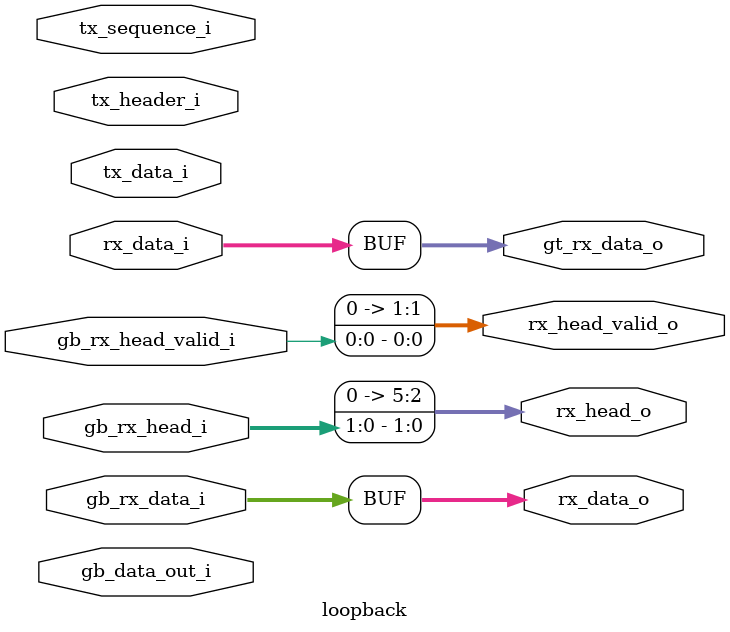
<source format=v>

`timescale 1ns / 1ps
`define DLY #1

module loopback #(
  parameter P_SCRAMBLE_LOOPBACK             = 1'b0,
  parameter P_GEARBOX_LOOPBACK              = 1'b0
)(
  output  [31:0]  gt_rx_data_o,
  input   [31:0]  gb_data_out_i,
  input   [31:0]  rx_data_i,

  input   [31:0]  gb_rx_data_i,
  input   [ 1:0]  gb_rx_head_i,
  input           gb_rx_head_valid_i,

  input   [31:0]  tx_data_i,
  input   [5:0]   tx_header_i,
  input   [6:0]   tx_sequence_i,

  output  [31:0]  rx_data_o,
  output  [ 5:0]  rx_head_o,
  output  [ 1:0]  rx_head_valid_o

);
  generate
    if(P_GEARBOX_LOOPBACK == 1) begin : g_gearbox_loopback_on
      assign  gt_rx_data_o = gb_data_out_i;
    end else begin : g_gearbox_loopback_off
      assign  gt_rx_data_o = rx_data_i;
    end
  endgenerate

  generate
    if(P_SCRAMBLE_LOOPBACK == 1) begin : g_scramble_loopback_on
      assign  rx_data_o         = tx_data_i;
      assign  rx_head_o         = tx_header_i;
      assign  rx_head_valid_o   = {1'b0, ~tx_sequence_i[0] & ~tx_sequence_i[6]};
    end else begin : g_scramble_loopback_off
      assign  rx_data_o         = gb_rx_data_i;
      assign  rx_head_o         = {4'b0, gb_rx_head_i};
      assign  rx_head_valid_o   = {1'b0, gb_rx_head_valid_i};
    end
  endgenerate

endmodule
</source>
